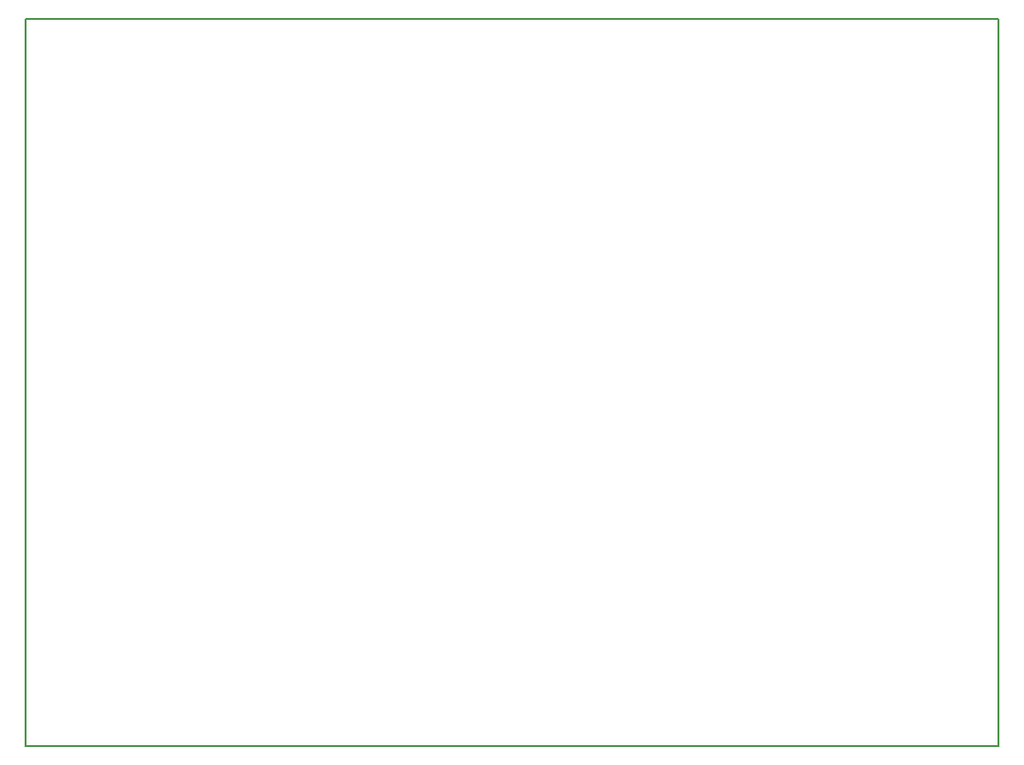
<source format=gbr>
G04 #@! TF.FileFunction,Profile,NP*
%FSLAX46Y46*%
G04 Gerber Fmt 4.6, Leading zero omitted, Abs format (unit mm)*
G04 Created by KiCad (PCBNEW 4.0.5) date 06/16/17 00:38:59*
%MOMM*%
%LPD*%
G01*
G04 APERTURE LIST*
%ADD10C,0.100000*%
%ADD11C,0.150000*%
G04 APERTURE END LIST*
D10*
D11*
X55000000Y-82000000D02*
X63000000Y-82000000D01*
X55000000Y-147000000D02*
X55000000Y-82000000D01*
X142000000Y-147000000D02*
X142000000Y-146000000D01*
X55000000Y-147000000D02*
X142000000Y-147000000D01*
X142000000Y-82000000D02*
X142000000Y-146000000D01*
X63000000Y-82000000D02*
X142000000Y-82000000D01*
M02*

</source>
